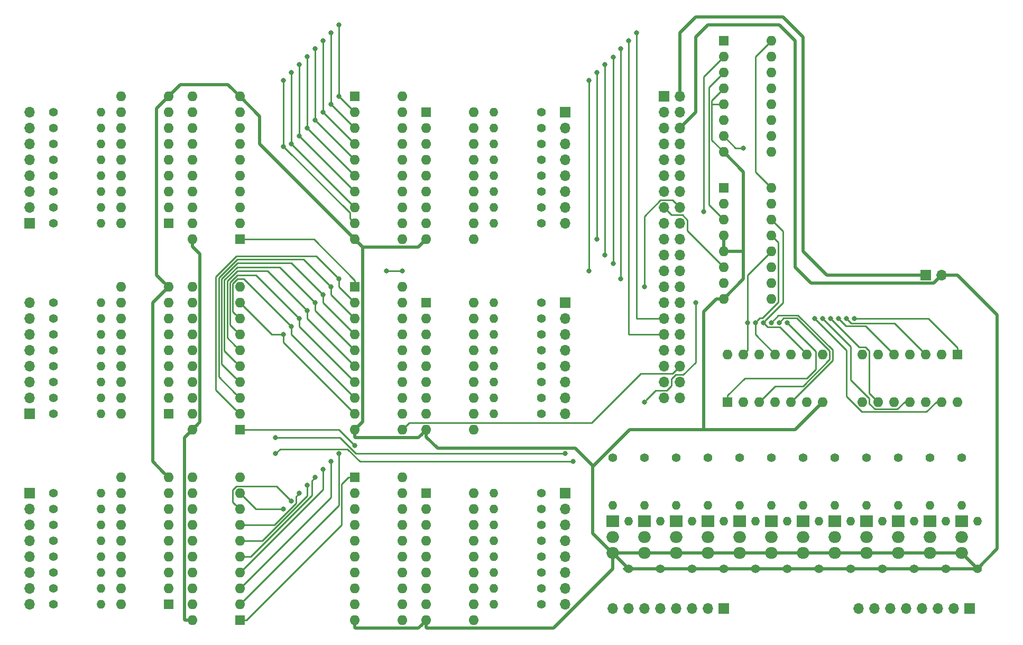
<source format=gbr>
G04 #@! TF.GenerationSoftware,KiCad,Pcbnew,(5.1.4)-1*
G04 #@! TF.CreationDate,2019-11-05T22:12:59+01:00*
G04 #@! TF.ProjectId,tablo,7461626c-6f2e-46b6-9963-61645f706362,rev?*
G04 #@! TF.SameCoordinates,Original*
G04 #@! TF.FileFunction,Copper,L2,Bot*
G04 #@! TF.FilePolarity,Positive*
%FSLAX46Y46*%
G04 Gerber Fmt 4.6, Leading zero omitted, Abs format (unit mm)*
G04 Created by KiCad (PCBNEW (5.1.4)-1) date 2019-11-05 22:12:59*
%MOMM*%
%LPD*%
G04 APERTURE LIST*
%ADD10O,1.700000X1.700000*%
%ADD11R,1.700000X1.700000*%
%ADD12R,1.600000X1.600000*%
%ADD13O,1.600000X1.600000*%
%ADD14O,2.000000X1.905000*%
%ADD15R,2.000000X1.905000*%
%ADD16O,1.400000X1.400000*%
%ADD17C,1.400000*%
%ADD18C,0.800000*%
%ADD19C,0.500000*%
%ADD20C,0.250000*%
G04 APERTURE END LIST*
D10*
X127000000Y-83820000D03*
X124460000Y-83820000D03*
X127000000Y-81280000D03*
X124460000Y-81280000D03*
X127000000Y-78740000D03*
X124460000Y-78740000D03*
X127000000Y-76200000D03*
X124460000Y-76200000D03*
X127000000Y-73660000D03*
X124460000Y-73660000D03*
X127000000Y-71120000D03*
X124460000Y-71120000D03*
X127000000Y-68580000D03*
X124460000Y-68580000D03*
X127000000Y-66040000D03*
X124460000Y-66040000D03*
X127000000Y-63500000D03*
X124460000Y-63500000D03*
X127000000Y-60960000D03*
X124460000Y-60960000D03*
X127000000Y-58420000D03*
X124460000Y-58420000D03*
X127000000Y-55880000D03*
X124460000Y-55880000D03*
X127000000Y-53340000D03*
X124460000Y-53340000D03*
X127000000Y-50800000D03*
X124460000Y-50800000D03*
X127000000Y-48260000D03*
X124460000Y-48260000D03*
X127000000Y-45720000D03*
X124460000Y-45720000D03*
X127000000Y-43180000D03*
X124460000Y-43180000D03*
X127000000Y-40640000D03*
X124460000Y-40640000D03*
X127000000Y-38100000D03*
X124460000Y-38100000D03*
X127000000Y-35560000D03*
D11*
X124460000Y-35560000D03*
D10*
X168910000Y-64135000D03*
D11*
X166370000Y-64135000D03*
D12*
X171450000Y-76835000D03*
D13*
X156210000Y-84455000D03*
X168910000Y-76835000D03*
X158750000Y-84455000D03*
X166370000Y-76835000D03*
X161290000Y-84455000D03*
X163830000Y-76835000D03*
X163830000Y-84455000D03*
X161290000Y-76835000D03*
X166370000Y-84455000D03*
X158750000Y-76835000D03*
X168910000Y-84455000D03*
X156210000Y-76835000D03*
X171450000Y-84455000D03*
X134620000Y-76835000D03*
X149860000Y-84455000D03*
X137160000Y-76835000D03*
X147320000Y-84455000D03*
X139700000Y-76835000D03*
X144780000Y-84455000D03*
X142240000Y-76835000D03*
X142240000Y-84455000D03*
X144780000Y-76835000D03*
X139700000Y-84455000D03*
X147320000Y-76835000D03*
X137160000Y-84455000D03*
X149860000Y-76835000D03*
D12*
X134620000Y-84455000D03*
D10*
X22860000Y-116840000D03*
X22860000Y-114300000D03*
X22860000Y-111760000D03*
X22860000Y-109220000D03*
X22860000Y-106680000D03*
X22860000Y-104140000D03*
X22860000Y-101600000D03*
D11*
X22860000Y-99060000D03*
X22860000Y-86360000D03*
D10*
X22860000Y-83820000D03*
X22860000Y-81280000D03*
X22860000Y-78740000D03*
X22860000Y-76200000D03*
X22860000Y-73660000D03*
X22860000Y-71120000D03*
X22860000Y-68580000D03*
X22860000Y-38100000D03*
X22860000Y-40640000D03*
X22860000Y-43180000D03*
X22860000Y-45720000D03*
X22860000Y-48260000D03*
X22860000Y-50800000D03*
X22860000Y-53340000D03*
D11*
X22860000Y-55880000D03*
X108585000Y-38100000D03*
D10*
X108585000Y-40640000D03*
X108585000Y-43180000D03*
X108585000Y-45720000D03*
X108585000Y-48260000D03*
X108585000Y-50800000D03*
X108585000Y-53340000D03*
X108585000Y-55880000D03*
X108585000Y-86360000D03*
X108585000Y-83820000D03*
X108585000Y-81280000D03*
X108585000Y-78740000D03*
X108585000Y-76200000D03*
X108585000Y-73660000D03*
X108585000Y-71120000D03*
D11*
X108585000Y-68580000D03*
X108585000Y-99060000D03*
D10*
X108585000Y-101600000D03*
X108585000Y-104140000D03*
X108585000Y-106680000D03*
X108585000Y-109220000D03*
X108585000Y-111760000D03*
X108585000Y-114300000D03*
X108585000Y-116840000D03*
X155575000Y-117475000D03*
X158115000Y-117475000D03*
X160655000Y-117475000D03*
X163195000Y-117475000D03*
X165735000Y-117475000D03*
X168275000Y-117475000D03*
X170815000Y-117475000D03*
D11*
X173355000Y-117475000D03*
X133985000Y-117475000D03*
D10*
X131445000Y-117475000D03*
X128905000Y-117475000D03*
X126365000Y-117475000D03*
X123825000Y-117475000D03*
X121285000Y-117475000D03*
X118745000Y-117475000D03*
X116205000Y-117475000D03*
D13*
X141605000Y-26670000D03*
X133985000Y-44450000D03*
X141605000Y-29210000D03*
X133985000Y-41910000D03*
X141605000Y-31750000D03*
X133985000Y-39370000D03*
X141605000Y-34290000D03*
X133985000Y-36830000D03*
X141605000Y-36830000D03*
X133985000Y-34290000D03*
X141605000Y-39370000D03*
X133985000Y-31750000D03*
X141605000Y-41910000D03*
X133985000Y-29210000D03*
X141605000Y-44450000D03*
D12*
X133985000Y-26670000D03*
X133985000Y-50165000D03*
D13*
X141605000Y-67945000D03*
X133985000Y-52705000D03*
X141605000Y-65405000D03*
X133985000Y-55245000D03*
X141605000Y-62865000D03*
X133985000Y-57785000D03*
X141605000Y-60325000D03*
X133985000Y-60325000D03*
X141605000Y-57785000D03*
X133985000Y-62865000D03*
X141605000Y-55245000D03*
X133985000Y-65405000D03*
X141605000Y-52705000D03*
X133985000Y-67945000D03*
X141605000Y-50165000D03*
X37465000Y-116840000D03*
X45085000Y-96520000D03*
X37465000Y-114300000D03*
X45085000Y-99060000D03*
X37465000Y-111760000D03*
X45085000Y-101600000D03*
X37465000Y-109220000D03*
X45085000Y-104140000D03*
X37465000Y-106680000D03*
X45085000Y-106680000D03*
X37465000Y-104140000D03*
X45085000Y-109220000D03*
X37465000Y-101600000D03*
X45085000Y-111760000D03*
X37465000Y-99060000D03*
X45085000Y-114300000D03*
X37465000Y-96520000D03*
D12*
X45085000Y-116840000D03*
X86360000Y-99060000D03*
D13*
X93980000Y-119380000D03*
X86360000Y-101600000D03*
X93980000Y-116840000D03*
X86360000Y-104140000D03*
X93980000Y-114300000D03*
X86360000Y-106680000D03*
X93980000Y-111760000D03*
X86360000Y-109220000D03*
X93980000Y-109220000D03*
X86360000Y-111760000D03*
X93980000Y-106680000D03*
X86360000Y-114300000D03*
X93980000Y-104140000D03*
X86360000Y-116840000D03*
X93980000Y-101600000D03*
X86360000Y-119380000D03*
X93980000Y-99060000D03*
X93980000Y-68580000D03*
X86360000Y-88900000D03*
X93980000Y-71120000D03*
X86360000Y-86360000D03*
X93980000Y-73660000D03*
X86360000Y-83820000D03*
X93980000Y-76200000D03*
X86360000Y-81280000D03*
X93980000Y-78740000D03*
X86360000Y-78740000D03*
X93980000Y-81280000D03*
X86360000Y-76200000D03*
X93980000Y-83820000D03*
X86360000Y-73660000D03*
X93980000Y-86360000D03*
X86360000Y-71120000D03*
X93980000Y-88900000D03*
D12*
X86360000Y-68580000D03*
X45085000Y-86360000D03*
D13*
X37465000Y-66040000D03*
X45085000Y-83820000D03*
X37465000Y-68580000D03*
X45085000Y-81280000D03*
X37465000Y-71120000D03*
X45085000Y-78740000D03*
X37465000Y-73660000D03*
X45085000Y-76200000D03*
X37465000Y-76200000D03*
X45085000Y-73660000D03*
X37465000Y-78740000D03*
X45085000Y-71120000D03*
X37465000Y-81280000D03*
X45085000Y-68580000D03*
X37465000Y-83820000D03*
X45085000Y-66040000D03*
X37465000Y-86360000D03*
X93980000Y-38100000D03*
X86360000Y-58420000D03*
X93980000Y-40640000D03*
X86360000Y-55880000D03*
X93980000Y-43180000D03*
X86360000Y-53340000D03*
X93980000Y-45720000D03*
X86360000Y-50800000D03*
X93980000Y-48260000D03*
X86360000Y-48260000D03*
X93980000Y-50800000D03*
X86360000Y-45720000D03*
X93980000Y-53340000D03*
X86360000Y-43180000D03*
X93980000Y-55880000D03*
X86360000Y-40640000D03*
X93980000Y-58420000D03*
D12*
X86360000Y-38100000D03*
X45085000Y-55880000D03*
D13*
X37465000Y-35560000D03*
X45085000Y-53340000D03*
X37465000Y-38100000D03*
X45085000Y-50800000D03*
X37465000Y-40640000D03*
X45085000Y-48260000D03*
X37465000Y-43180000D03*
X45085000Y-45720000D03*
X37465000Y-45720000D03*
X45085000Y-43180000D03*
X37465000Y-48260000D03*
X45085000Y-40640000D03*
X37465000Y-50800000D03*
X45085000Y-38100000D03*
X37465000Y-53340000D03*
X45085000Y-35560000D03*
X37465000Y-55880000D03*
X82550000Y-96520000D03*
X74930000Y-119380000D03*
X82550000Y-99060000D03*
X74930000Y-116840000D03*
X82550000Y-101600000D03*
X74930000Y-114300000D03*
X82550000Y-104140000D03*
X74930000Y-111760000D03*
X82550000Y-106680000D03*
X74930000Y-109220000D03*
X82550000Y-109220000D03*
X74930000Y-106680000D03*
X82550000Y-111760000D03*
X74930000Y-104140000D03*
X82550000Y-114300000D03*
X74930000Y-101600000D03*
X82550000Y-116840000D03*
X74930000Y-99060000D03*
X82550000Y-119380000D03*
D12*
X74930000Y-96520000D03*
X74930000Y-66040000D03*
D13*
X82550000Y-88900000D03*
X74930000Y-68580000D03*
X82550000Y-86360000D03*
X74930000Y-71120000D03*
X82550000Y-83820000D03*
X74930000Y-73660000D03*
X82550000Y-81280000D03*
X74930000Y-76200000D03*
X82550000Y-78740000D03*
X74930000Y-78740000D03*
X82550000Y-76200000D03*
X74930000Y-81280000D03*
X82550000Y-73660000D03*
X74930000Y-83820000D03*
X82550000Y-71120000D03*
X74930000Y-86360000D03*
X82550000Y-68580000D03*
X74930000Y-88900000D03*
X82550000Y-66040000D03*
X82550000Y-35560000D03*
X74930000Y-58420000D03*
X82550000Y-38100000D03*
X74930000Y-55880000D03*
X82550000Y-40640000D03*
X74930000Y-53340000D03*
X82550000Y-43180000D03*
X74930000Y-50800000D03*
X82550000Y-45720000D03*
X74930000Y-48260000D03*
X82550000Y-48260000D03*
X74930000Y-45720000D03*
X82550000Y-50800000D03*
X74930000Y-43180000D03*
X82550000Y-53340000D03*
X74930000Y-40640000D03*
X82550000Y-55880000D03*
X74930000Y-38100000D03*
X82550000Y-58420000D03*
D12*
X74930000Y-35560000D03*
X56515000Y-58420000D03*
D13*
X48895000Y-35560000D03*
X56515000Y-55880000D03*
X48895000Y-38100000D03*
X56515000Y-53340000D03*
X48895000Y-40640000D03*
X56515000Y-50800000D03*
X48895000Y-43180000D03*
X56515000Y-48260000D03*
X48895000Y-45720000D03*
X56515000Y-45720000D03*
X48895000Y-48260000D03*
X56515000Y-43180000D03*
X48895000Y-50800000D03*
X56515000Y-40640000D03*
X48895000Y-53340000D03*
X56515000Y-38100000D03*
X48895000Y-55880000D03*
X56515000Y-35560000D03*
X48895000Y-58420000D03*
X48895000Y-88900000D03*
X56515000Y-66040000D03*
X48895000Y-86360000D03*
X56515000Y-68580000D03*
X48895000Y-83820000D03*
X56515000Y-71120000D03*
X48895000Y-81280000D03*
X56515000Y-73660000D03*
X48895000Y-78740000D03*
X56515000Y-76200000D03*
X48895000Y-76200000D03*
X56515000Y-78740000D03*
X48895000Y-73660000D03*
X56515000Y-81280000D03*
X48895000Y-71120000D03*
X56515000Y-83820000D03*
X48895000Y-68580000D03*
X56515000Y-86360000D03*
X48895000Y-66040000D03*
D12*
X56515000Y-88900000D03*
X56515000Y-119380000D03*
D13*
X48895000Y-96520000D03*
X56515000Y-116840000D03*
X48895000Y-99060000D03*
X56515000Y-114300000D03*
X48895000Y-101600000D03*
X56515000Y-111760000D03*
X48895000Y-104140000D03*
X56515000Y-109220000D03*
X48895000Y-106680000D03*
X56515000Y-106680000D03*
X48895000Y-109220000D03*
X56515000Y-104140000D03*
X48895000Y-111760000D03*
X56515000Y-101600000D03*
X48895000Y-114300000D03*
X56515000Y-99060000D03*
X48895000Y-116840000D03*
X56515000Y-96520000D03*
X48895000Y-119380000D03*
D14*
X151765000Y-108585000D03*
X151765000Y-106045000D03*
D15*
X151765000Y-103505000D03*
X116205000Y-103505000D03*
D14*
X116205000Y-106045000D03*
X116205000Y-108585000D03*
X121285000Y-108585000D03*
X121285000Y-106045000D03*
D15*
X121285000Y-103505000D03*
X126365000Y-103505000D03*
D14*
X126365000Y-106045000D03*
X126365000Y-108585000D03*
X136525000Y-108585000D03*
X136525000Y-106045000D03*
D15*
X136525000Y-103505000D03*
X141605000Y-103505000D03*
D14*
X141605000Y-106045000D03*
X141605000Y-108585000D03*
X131445000Y-108585000D03*
X131445000Y-106045000D03*
D15*
X131445000Y-103505000D03*
X156845000Y-103505000D03*
D14*
X156845000Y-106045000D03*
X156845000Y-108585000D03*
X161925000Y-108585000D03*
X161925000Y-106045000D03*
D15*
X161925000Y-103505000D03*
X167005000Y-103505000D03*
D14*
X167005000Y-106045000D03*
X167005000Y-108585000D03*
X146685000Y-108585000D03*
X146685000Y-106045000D03*
D15*
X146685000Y-103505000D03*
X172085000Y-103505000D03*
D14*
X172085000Y-106045000D03*
X172085000Y-108585000D03*
D16*
X34290000Y-40640000D03*
D17*
X26670000Y-40640000D03*
X26670000Y-68580000D03*
D16*
X34290000Y-68580000D03*
X34290000Y-55880000D03*
D17*
X26670000Y-55880000D03*
X26670000Y-53340000D03*
D16*
X34290000Y-53340000D03*
X34290000Y-50800000D03*
D17*
X26670000Y-50800000D03*
X26670000Y-48260000D03*
D16*
X34290000Y-48260000D03*
X34290000Y-45720000D03*
D17*
X26670000Y-45720000D03*
X26670000Y-43180000D03*
D16*
X34290000Y-43180000D03*
X172085000Y-100965000D03*
D17*
X172085000Y-93345000D03*
X26670000Y-38100000D03*
D16*
X34290000Y-38100000D03*
X34290000Y-76200000D03*
D17*
X26670000Y-76200000D03*
X26670000Y-73660000D03*
D16*
X34290000Y-73660000D03*
X34290000Y-78740000D03*
D17*
X26670000Y-78740000D03*
X26670000Y-81280000D03*
D16*
X34290000Y-81280000D03*
X34290000Y-83820000D03*
D17*
X26670000Y-83820000D03*
X26670000Y-86360000D03*
D16*
X34290000Y-86360000D03*
X34290000Y-71120000D03*
D17*
X26670000Y-71120000D03*
X104775000Y-101600000D03*
D16*
X97155000Y-101600000D03*
X156845000Y-100965000D03*
D17*
X156845000Y-93345000D03*
X26670000Y-106680000D03*
D16*
X34290000Y-106680000D03*
X34290000Y-109220000D03*
D17*
X26670000Y-109220000D03*
X26670000Y-111760000D03*
D16*
X34290000Y-111760000D03*
X34290000Y-114300000D03*
D17*
X26670000Y-114300000D03*
X26670000Y-116840000D03*
D16*
X34290000Y-116840000D03*
X97155000Y-38100000D03*
D17*
X104775000Y-38100000D03*
X26670000Y-99060000D03*
D16*
X34290000Y-99060000D03*
X34290000Y-101600000D03*
D17*
X26670000Y-101600000D03*
X151765000Y-93345000D03*
D16*
X151765000Y-100965000D03*
X146685000Y-100965000D03*
D17*
X146685000Y-93345000D03*
X141605000Y-93345000D03*
D16*
X141605000Y-100965000D03*
X136525000Y-100965000D03*
D17*
X136525000Y-93345000D03*
X131445000Y-93345000D03*
D16*
X131445000Y-100965000D03*
X126365000Y-100965000D03*
D17*
X126365000Y-93345000D03*
X121285000Y-93345000D03*
D16*
X121285000Y-100965000D03*
X116205000Y-100965000D03*
D17*
X116205000Y-93345000D03*
X161925000Y-93345000D03*
D16*
X161925000Y-100965000D03*
X97155000Y-53340000D03*
D17*
X104775000Y-53340000D03*
X164465000Y-111125000D03*
D16*
X164465000Y-103505000D03*
X159385000Y-103505000D03*
D17*
X159385000Y-111125000D03*
X154305000Y-111125000D03*
D16*
X154305000Y-103505000D03*
X149225000Y-103505000D03*
D17*
X149225000Y-111125000D03*
X144145000Y-111125000D03*
D16*
X144145000Y-103505000D03*
X139065000Y-103505000D03*
D17*
X139065000Y-111125000D03*
X133985000Y-111125000D03*
D16*
X133985000Y-103505000D03*
X34290000Y-104140000D03*
D17*
X26670000Y-104140000D03*
X123825000Y-111125000D03*
D16*
X123825000Y-103505000D03*
X118745000Y-103505000D03*
D17*
X118745000Y-111125000D03*
X174625000Y-111125000D03*
D16*
X174625000Y-103505000D03*
X97155000Y-43180000D03*
D17*
X104775000Y-43180000D03*
X104775000Y-45720000D03*
D16*
X97155000Y-45720000D03*
X97155000Y-48260000D03*
D17*
X104775000Y-48260000D03*
X104775000Y-50800000D03*
D16*
X97155000Y-50800000D03*
X97155000Y-55880000D03*
D17*
X104775000Y-55880000D03*
X128905000Y-111125000D03*
D16*
X128905000Y-103505000D03*
X97155000Y-68580000D03*
D17*
X104775000Y-68580000D03*
X104775000Y-71120000D03*
D16*
X97155000Y-71120000D03*
X97155000Y-73660000D03*
D17*
X104775000Y-73660000D03*
X104775000Y-76200000D03*
D16*
X97155000Y-76200000D03*
X97155000Y-78740000D03*
D17*
X104775000Y-78740000D03*
X167005000Y-93345000D03*
D16*
X167005000Y-100965000D03*
X97155000Y-83820000D03*
D17*
X104775000Y-83820000D03*
X104775000Y-86360000D03*
D16*
X97155000Y-86360000D03*
X97155000Y-40640000D03*
D17*
X104775000Y-40640000D03*
X169545000Y-111125000D03*
D16*
X169545000Y-103505000D03*
X97155000Y-104140000D03*
D17*
X104775000Y-104140000D03*
X104775000Y-106680000D03*
D16*
X97155000Y-106680000D03*
X97155000Y-109220000D03*
D17*
X104775000Y-109220000D03*
X104775000Y-111760000D03*
D16*
X97155000Y-111760000D03*
X97155000Y-114300000D03*
D17*
X104775000Y-114300000D03*
X104775000Y-116840000D03*
D16*
X97155000Y-116840000D03*
X97155000Y-81280000D03*
D17*
X104775000Y-81280000D03*
X104775000Y-99060000D03*
D16*
X97155000Y-99060000D03*
D18*
X74930000Y-91440000D03*
X121285000Y-66040000D03*
X82550000Y-63500000D03*
X80010000Y-63500000D03*
X62230000Y-92710000D03*
X109855000Y-93980000D03*
X72390000Y-24130000D03*
X72390000Y-35560000D03*
X72390000Y-64770000D03*
X72390000Y-92710000D03*
X71120000Y-25400000D03*
X120015000Y-25400000D03*
X71120000Y-36830000D03*
X71120000Y-66040000D03*
X71120000Y-93980000D03*
X69850000Y-26670000D03*
X118745000Y-26670000D03*
X69850000Y-38100000D03*
X69850000Y-67310000D03*
X69850000Y-95250000D03*
X68580000Y-27940000D03*
X117475000Y-27940000D03*
X117475000Y-64770000D03*
X68580000Y-39370000D03*
X68580000Y-68580000D03*
X68580000Y-96520000D03*
X67310000Y-29210000D03*
X116299999Y-62324999D03*
X116299999Y-29304999D03*
X67310000Y-40640000D03*
X67310000Y-69850000D03*
X67310000Y-97790000D03*
X66040000Y-30480000D03*
X114935000Y-60960000D03*
X114935000Y-30480000D03*
X66040000Y-41910000D03*
X66040000Y-71120000D03*
X66040000Y-99060000D03*
X64770000Y-31750000D03*
X64770000Y-43180000D03*
X64770000Y-72390000D03*
X64770000Y-100330000D03*
X113665000Y-31750000D03*
X113665000Y-58420000D03*
X63500000Y-33020000D03*
X63500000Y-43575002D03*
X63500000Y-73660000D03*
X63500000Y-101600000D03*
X112395000Y-33020000D03*
X112395000Y-63500000D03*
X62230000Y-90170000D03*
X108585000Y-92710000D03*
X129540000Y-68580000D03*
X121285000Y-84455000D03*
X130810000Y-53975000D03*
X137795000Y-71755000D03*
X139065000Y-71755000D03*
X140335000Y-71755000D03*
X141605000Y-71755000D03*
X154940000Y-71120000D03*
X142875000Y-71755000D03*
X137160000Y-43815000D03*
X153670000Y-71120000D03*
X152400000Y-71120000D03*
X151130000Y-71120000D03*
X149860000Y-71120000D03*
X148590000Y-71120000D03*
X144145000Y-71755000D03*
D19*
X116205000Y-108585000D02*
X172085000Y-108585000D01*
X172085000Y-108585000D02*
X174625000Y-111125000D01*
X174625000Y-111125000D02*
X118110000Y-111125000D01*
X116205000Y-108585000D02*
X118745000Y-111125000D01*
X56515000Y-35560000D02*
X54610000Y-33655000D01*
X45884999Y-34760001D02*
X45085000Y-35560000D01*
X46990000Y-33655000D02*
X45884999Y-34760001D01*
X54610000Y-33655000D02*
X46990000Y-33655000D01*
X44285001Y-65240001D02*
X45085000Y-66040000D01*
X43180000Y-64135000D02*
X44285001Y-65240001D01*
X43180000Y-37465000D02*
X43180000Y-64135000D01*
X45085000Y-35560000D02*
X43180000Y-37465000D01*
X44285001Y-95720001D02*
X45085000Y-96520000D01*
X42545000Y-93980000D02*
X44285001Y-95720001D01*
X42545000Y-68580000D02*
X42545000Y-93980000D01*
X45085000Y-66040000D02*
X42545000Y-68580000D01*
X74930000Y-58420000D02*
X59690000Y-43180000D01*
X59690000Y-38735000D02*
X56515000Y-35560000D01*
X59690000Y-43180000D02*
X59690000Y-38735000D01*
X85109999Y-59670001D02*
X86360000Y-58420000D01*
X74930000Y-58420000D02*
X76180001Y-59670001D01*
X76180001Y-59670001D02*
X85109999Y-59670001D01*
X76180001Y-87649999D02*
X74930000Y-88900000D01*
X76180001Y-59670001D02*
X76180001Y-87649999D01*
X85560001Y-120179999D02*
X86360000Y-119380000D01*
X85109999Y-120630001D02*
X85560001Y-120179999D01*
X75048631Y-120630001D02*
X85109999Y-120630001D01*
X74930000Y-120511370D02*
X75048631Y-120630001D01*
X74930000Y-119380000D02*
X74930000Y-120511370D01*
X116205000Y-110037500D02*
X116205000Y-108585000D01*
X116205000Y-111144002D02*
X116205000Y-110037500D01*
X106719001Y-120630001D02*
X116205000Y-111144002D01*
X86478631Y-120630001D02*
X106719001Y-120630001D01*
X86360000Y-120511370D02*
X86478631Y-120630001D01*
X86360000Y-119380000D02*
X86360000Y-120511370D01*
X116157500Y-108585000D02*
X113030000Y-105457500D01*
X116205000Y-108585000D02*
X116157500Y-108585000D01*
X113030000Y-94817998D02*
X118947998Y-88900000D01*
X113030000Y-105457500D02*
X113030000Y-94817998D01*
X145415000Y-88900000D02*
X149860000Y-84455000D01*
X130810000Y-69988630D02*
X130810000Y-88900000D01*
X132853630Y-67945000D02*
X130810000Y-69988630D01*
X133985000Y-67945000D02*
X132853630Y-67945000D01*
X118947998Y-88900000D02*
X130810000Y-88900000D01*
X130810000Y-88900000D02*
X145415000Y-88900000D01*
X137160000Y-47625000D02*
X133985000Y-44450000D01*
X133985000Y-67945000D02*
X137160000Y-64770000D01*
X133985000Y-57785000D02*
X133985000Y-60325000D01*
X133985000Y-60325000D02*
X137160000Y-60325000D01*
X137160000Y-64770000D02*
X137160000Y-60325000D01*
X137160000Y-60325000D02*
X137160000Y-47625000D01*
D20*
X132080000Y-36195000D02*
X133985000Y-34290000D01*
X133985000Y-44450000D02*
X132080000Y-42545000D01*
X133985000Y-36830000D02*
X132080000Y-36830000D01*
X132080000Y-42545000D02*
X132080000Y-36830000D01*
X132080000Y-36830000D02*
X132080000Y-36195000D01*
D19*
X85560001Y-89699999D02*
X86360000Y-88900000D01*
X85109999Y-90150001D02*
X85560001Y-89699999D01*
X75048631Y-90150001D02*
X85109999Y-90150001D01*
X74930000Y-90031370D02*
X75048631Y-90150001D01*
X74930000Y-88900000D02*
X74930000Y-90031370D01*
X113030000Y-94626998D02*
X113030000Y-94817998D01*
X110263001Y-91859999D02*
X113030000Y-94626998D01*
X88188629Y-91859999D02*
X110263001Y-91859999D01*
X86360000Y-90031370D02*
X88188629Y-91859999D01*
X86360000Y-88900000D02*
X86360000Y-90031370D01*
X177800000Y-107950000D02*
X177800000Y-70485000D01*
X174625000Y-111125000D02*
X177800000Y-107950000D01*
X177800000Y-70485000D02*
X171450000Y-64135000D01*
X171450000Y-64135000D02*
X171450000Y-64135000D01*
X171450000Y-64135000D02*
X168910000Y-64135000D01*
X168060001Y-64984999D02*
X168910000Y-64135000D01*
X167609999Y-65435001D02*
X168060001Y-64984999D01*
X145415000Y-62865000D02*
X147985001Y-65435001D01*
X127000000Y-40640000D02*
X129540000Y-38100000D01*
X147985001Y-65435001D02*
X167609999Y-65435001D01*
X129540000Y-38100000D02*
X129540000Y-26035000D01*
X129540000Y-26035000D02*
X131445000Y-24130000D01*
X131445000Y-24130000D02*
X142875000Y-24130000D01*
X142875000Y-24130000D02*
X145415000Y-26670000D01*
X145415000Y-26670000D02*
X145415000Y-62865000D01*
D20*
X57565000Y-58420000D02*
X56515000Y-58420000D01*
X68360000Y-58420000D02*
X57565000Y-58420000D01*
X74930000Y-64990000D02*
X68360000Y-58420000D01*
X74930000Y-66040000D02*
X74930000Y-64990000D01*
X72390000Y-88900000D02*
X74930000Y-91440000D01*
X56515000Y-88900000D02*
X72390000Y-88900000D01*
X57565000Y-119380000D02*
X56515000Y-119380000D01*
X72840010Y-104104990D02*
X57565000Y-119380000D01*
X72840010Y-97559990D02*
X72840010Y-104104990D01*
X73880000Y-96520000D02*
X72840010Y-97559990D01*
X74930000Y-96520000D02*
X73880000Y-96520000D01*
X123895999Y-52164999D02*
X121285000Y-54775998D01*
X127000000Y-53340000D02*
X125824999Y-52164999D01*
X125824999Y-52164999D02*
X123895999Y-52164999D01*
X121285000Y-54775998D02*
X121285000Y-66040000D01*
X121285000Y-66040000D02*
X121285000Y-66040000D01*
X82550000Y-63500000D02*
X80010000Y-63500000D01*
X80010000Y-63500000D02*
X80010000Y-63500000D01*
X62230000Y-92710000D02*
X62955001Y-91984999D01*
X109289315Y-93980000D02*
X109855000Y-93980000D01*
X75760588Y-93980000D02*
X109289315Y-93980000D01*
X73765587Y-91984999D02*
X75760588Y-93980000D01*
X62955001Y-91984999D02*
X73765587Y-91984999D01*
X72390000Y-35560000D02*
X72390000Y-35560000D01*
X72390000Y-35560000D02*
X74930000Y-38100000D01*
X72390000Y-24130000D02*
X72390000Y-35560000D01*
X72390000Y-35560000D02*
X72390000Y-35560000D01*
X55715001Y-85560001D02*
X56515000Y-86360000D01*
X52689939Y-82534939D02*
X55715001Y-85560001D01*
X52689939Y-64381599D02*
X52689939Y-82534939D01*
X55926548Y-61144990D02*
X52689939Y-64381599D01*
X68764991Y-61144991D02*
X55926548Y-61144990D01*
X72390000Y-64770000D02*
X68764991Y-61144991D01*
X72390000Y-66040000D02*
X74930000Y-68580000D01*
X72390000Y-64770000D02*
X72390000Y-66040000D01*
X72390000Y-100965000D02*
X56515000Y-116840000D01*
X72390000Y-92710000D02*
X72390000Y-100965000D01*
X120015000Y-25400000D02*
X120015000Y-71120000D01*
X120015000Y-71120000D02*
X124460000Y-71120000D01*
X71120000Y-36830000D02*
X71120000Y-36830000D01*
X71120000Y-25400000D02*
X71120000Y-36830000D01*
X71120000Y-36830000D02*
X74930000Y-40640000D01*
X71120000Y-66040000D02*
X66675000Y-61595000D01*
X55715001Y-83020001D02*
X56515000Y-83820000D01*
X53139949Y-80444949D02*
X55715001Y-83020001D01*
X53139949Y-64567999D02*
X53139949Y-80444949D01*
X56112948Y-61595000D02*
X53139949Y-64567999D01*
X66675000Y-61595000D02*
X56112948Y-61595000D01*
X71120000Y-67310000D02*
X74930000Y-71120000D01*
X71120000Y-66040000D02*
X71120000Y-67310000D01*
X71120000Y-99695000D02*
X56515000Y-114300000D01*
X71120000Y-93980000D02*
X71120000Y-99695000D01*
X118745000Y-73660000D02*
X118745000Y-26670000D01*
X124460000Y-73660000D02*
X118745000Y-73660000D01*
X69850000Y-38100000D02*
X69850000Y-38100000D01*
X74930000Y-43180000D02*
X69850000Y-38100000D01*
X69850000Y-38100000D02*
X69850000Y-26670000D01*
X69850000Y-67310000D02*
X64770000Y-62230000D01*
X55715001Y-80480001D02*
X56515000Y-81280000D01*
X53589959Y-78354959D02*
X55715001Y-80480001D01*
X53589959Y-64754399D02*
X53589959Y-78354959D01*
X56114358Y-62230000D02*
X53589959Y-64754399D01*
X64770000Y-62230000D02*
X56114358Y-62230000D01*
X69850000Y-68580000D02*
X74930000Y-73660000D01*
X69850000Y-67310000D02*
X69850000Y-68580000D01*
X69850000Y-98425000D02*
X56515000Y-111760000D01*
X69850000Y-95250000D02*
X69850000Y-98425000D01*
X117475000Y-27940000D02*
X117475000Y-64770000D01*
X68580000Y-39370000D02*
X68580000Y-39370000D01*
X74930000Y-45720000D02*
X68580000Y-39370000D01*
X68580000Y-39370000D02*
X68580000Y-27940000D01*
X68580000Y-68580000D02*
X62865000Y-62865000D01*
X55715001Y-77940001D02*
X56515000Y-78740000D01*
X54039969Y-76264969D02*
X55715001Y-77940001D01*
X54039969Y-64940799D02*
X54039969Y-76264969D01*
X56115768Y-62865000D02*
X54039969Y-64940799D01*
X62865000Y-62865000D02*
X56115768Y-62865000D01*
X68580000Y-69850000D02*
X74930000Y-76200000D01*
X68580000Y-68580000D02*
X68580000Y-69850000D01*
X57646370Y-109220000D02*
X56515000Y-109220000D01*
X58225822Y-109220000D02*
X57646370Y-109220000D01*
X68035001Y-99410821D02*
X58225822Y-109220000D01*
X68035001Y-97064999D02*
X68035001Y-99410821D01*
X68580000Y-96520000D02*
X68035001Y-97064999D01*
X116299999Y-62324999D02*
X116299999Y-29304999D01*
X116299999Y-29304999D02*
X116299999Y-29304999D01*
X67310000Y-40640000D02*
X67310000Y-40640000D01*
X74930000Y-48260000D02*
X67310000Y-40640000D01*
X67310000Y-40640000D02*
X67310000Y-29210000D01*
X67310000Y-69850000D02*
X60960000Y-63500000D01*
X55715001Y-75400001D02*
X56515000Y-76200000D01*
X54489979Y-74174979D02*
X55715001Y-75400001D01*
X54489979Y-65127199D02*
X54489979Y-74174979D01*
X56117178Y-63500000D02*
X54489979Y-65127199D01*
X60960000Y-63500000D02*
X56117178Y-63500000D01*
X67310000Y-71120000D02*
X74930000Y-78740000D01*
X67310000Y-69850000D02*
X67310000Y-71120000D01*
X57646370Y-106680000D02*
X56515000Y-106680000D01*
X60129412Y-106680000D02*
X57646370Y-106680000D01*
X67310000Y-99499412D02*
X60129412Y-106680000D01*
X67310000Y-97790000D02*
X67310000Y-99499412D01*
X114935000Y-60960000D02*
X114935000Y-30480000D01*
X114935000Y-30480000D02*
X114935000Y-30480000D01*
X66040000Y-41910000D02*
X66040000Y-41910000D01*
X74930000Y-50800000D02*
X66040000Y-41910000D01*
X66040000Y-41910000D02*
X66040000Y-30480000D01*
X66040000Y-71120000D02*
X59055000Y-64135000D01*
X55715001Y-72860001D02*
X56515000Y-73660000D01*
X54939989Y-72084989D02*
X55715001Y-72860001D01*
X54939989Y-65313599D02*
X54939989Y-72084989D01*
X56118588Y-64135000D02*
X54939989Y-65313599D01*
X59055000Y-64135000D02*
X56118588Y-64135000D01*
X66040000Y-72390000D02*
X74930000Y-81280000D01*
X66040000Y-71120000D02*
X66040000Y-72390000D01*
X57646370Y-104140000D02*
X56515000Y-104140000D01*
X62033002Y-104140000D02*
X57646370Y-104140000D01*
X65495001Y-100678001D02*
X62033002Y-104140000D01*
X65495001Y-99604999D02*
X65495001Y-100678001D01*
X66040000Y-99060000D02*
X65495001Y-99604999D01*
X64770000Y-43180000D02*
X64770000Y-43180000D01*
X74930000Y-53340000D02*
X64770000Y-43180000D01*
X64770000Y-43180000D02*
X64770000Y-31750000D01*
X64770000Y-72390000D02*
X57150000Y-64770000D01*
X55715001Y-70320001D02*
X56515000Y-71120000D01*
X55389999Y-69994999D02*
X55715001Y-70320001D01*
X55389999Y-65499999D02*
X55389999Y-69994999D01*
X56119998Y-64770000D02*
X55389999Y-65499999D01*
X57150000Y-64770000D02*
X56119998Y-64770000D01*
X64770000Y-73660000D02*
X74930000Y-83820000D01*
X64770000Y-72390000D02*
X64770000Y-73660000D01*
X55715001Y-100800001D02*
X56515000Y-101600000D01*
X55389999Y-100474999D02*
X55715001Y-100800001D01*
X55389999Y-98519999D02*
X55389999Y-100474999D01*
X55974999Y-97934999D02*
X55389999Y-98519999D01*
X62374999Y-97934999D02*
X55974999Y-97934999D01*
X64770000Y-100330000D02*
X62374999Y-97934999D01*
X113665000Y-31750000D02*
X113665000Y-58420000D01*
X63500000Y-33585685D02*
X63500000Y-33020000D01*
X63500000Y-43575002D02*
X63500000Y-43575002D01*
X74130001Y-54205003D02*
X63500000Y-43575002D01*
X74130001Y-55080001D02*
X74130001Y-54205003D01*
X74930000Y-55880000D02*
X74130001Y-55080001D01*
X63500000Y-43575002D02*
X63500000Y-33585685D01*
X61595000Y-73660000D02*
X56515000Y-68580000D01*
X63500000Y-73660000D02*
X61595000Y-73660000D01*
X63500000Y-74930000D02*
X74930000Y-86360000D01*
X63500000Y-73660000D02*
X63500000Y-74930000D01*
X59055000Y-101600000D02*
X56515000Y-99060000D01*
X63500000Y-101600000D02*
X59055000Y-101600000D01*
X112395000Y-63500000D02*
X112395000Y-33020000D01*
D19*
X49694999Y-88100001D02*
X48895000Y-88900000D01*
X50145001Y-87649999D02*
X49694999Y-88100001D01*
X50145001Y-60801371D02*
X50145001Y-87649999D01*
X48895000Y-59551370D02*
X50145001Y-60801371D01*
X48895000Y-58420000D02*
X48895000Y-59551370D01*
D20*
X140805001Y-27469999D02*
X141605000Y-26670000D01*
X139065000Y-29210000D02*
X140805001Y-27469999D01*
X139065000Y-47625000D02*
X139065000Y-29210000D01*
X141605000Y-50165000D02*
X139065000Y-47625000D01*
D19*
X48095001Y-89699999D02*
X48895000Y-88900000D01*
X47644999Y-90150001D02*
X48095001Y-89699999D01*
X47644999Y-119261369D02*
X47644999Y-90150001D01*
X47763630Y-119380000D02*
X47644999Y-119261369D01*
X48895000Y-119380000D02*
X47763630Y-119380000D01*
X150495000Y-64135000D02*
X146685000Y-60325000D01*
X166370000Y-64135000D02*
X150495000Y-64135000D01*
X127000000Y-25400000D02*
X127000000Y-35560000D01*
X146685000Y-60325000D02*
X146685000Y-26035000D01*
X146685000Y-26035000D02*
X143510000Y-22860000D01*
X143510000Y-22860000D02*
X129540000Y-22860000D01*
X129540000Y-22860000D02*
X127000000Y-25400000D01*
D20*
X72586998Y-90170000D02*
X75126998Y-92710000D01*
X62230000Y-90170000D02*
X72586998Y-90170000D01*
X75126998Y-92710000D02*
X108585000Y-92710000D01*
X108585000Y-92710000D02*
X108585000Y-92710000D01*
X126150001Y-79589999D02*
X127000000Y-78740000D01*
X125824999Y-79915001D02*
X126150001Y-79589999D01*
X120744999Y-79915001D02*
X125824999Y-79915001D01*
X112885001Y-87774999D02*
X120744999Y-79915001D01*
X83675001Y-87774999D02*
X112885001Y-87774999D01*
X82550000Y-88900000D02*
X83675001Y-87774999D01*
X123095001Y-82644999D02*
X121684999Y-84055001D01*
X125635001Y-81844001D02*
X124834003Y-82644999D01*
X125635001Y-80741409D02*
X125635001Y-81844001D01*
X121684999Y-84055001D02*
X121285000Y-84455000D01*
X126271411Y-80104999D02*
X125635001Y-80741409D01*
X124834003Y-82644999D02*
X123095001Y-82644999D01*
X127540001Y-80104999D02*
X126271411Y-80104999D01*
X129540000Y-78105000D02*
X127540001Y-80104999D01*
X129540000Y-68580000D02*
X129540000Y-78105000D01*
X133985000Y-29210000D02*
X130810000Y-32385000D01*
X130810000Y-32385000D02*
X130810000Y-53975000D01*
X130810000Y-53975000D02*
X130810000Y-53975000D01*
X133185001Y-32549999D02*
X133985000Y-31750000D01*
X131629990Y-34105010D02*
X133185001Y-32549999D01*
X131629990Y-52889990D02*
X131629990Y-34105010D01*
X133985000Y-55245000D02*
X131629990Y-52889990D01*
X137795000Y-76200000D02*
X137160000Y-76835000D01*
X137795000Y-71755000D02*
X137795000Y-76200000D01*
X137795000Y-64135000D02*
X137795000Y-71755000D01*
X141605000Y-60325000D02*
X137795000Y-64135000D01*
X139065000Y-73660000D02*
X142240000Y-76835000D01*
X139065000Y-71755000D02*
X139065000Y-73660000D01*
X139464999Y-71355001D02*
X139065000Y-71755000D01*
X139790001Y-71029999D02*
X139464999Y-71355001D01*
X140185003Y-71029999D02*
X139790001Y-71029999D01*
X142730001Y-68485001D02*
X140185003Y-71029999D01*
X142730001Y-58910001D02*
X142730001Y-68485001D01*
X141605000Y-57785000D02*
X142730001Y-58910001D01*
X125309999Y-54189999D02*
X124460000Y-53340000D01*
X125635001Y-54515001D02*
X125309999Y-54189999D01*
X127374003Y-54515001D02*
X125635001Y-54515001D01*
X128175001Y-55315999D02*
X127374003Y-54515001D01*
X128175001Y-57055001D02*
X128175001Y-55315999D01*
X133985000Y-62865000D02*
X128175001Y-57055001D01*
X146520001Y-76035001D02*
X147320000Y-76835000D01*
X142965001Y-72480001D02*
X146520001Y-76035001D01*
X141060001Y-72480001D02*
X142965001Y-72480001D01*
X140335000Y-71755000D02*
X141060001Y-72480001D01*
X140734999Y-71355001D02*
X140335000Y-71755000D01*
X143510000Y-68580000D02*
X140734999Y-71355001D01*
X143510000Y-57150000D02*
X143510000Y-68580000D01*
X141605000Y-55245000D02*
X143510000Y-57150000D01*
X145579999Y-83655001D02*
X144780000Y-84455000D01*
X145582819Y-83655001D02*
X145579999Y-83655001D01*
X151435010Y-77802810D02*
X145582819Y-83655001D01*
X151435011Y-76108599D02*
X151435010Y-77802810D01*
X145906402Y-70579990D02*
X151435011Y-76108599D01*
X142780010Y-70579990D02*
X145906402Y-70579990D01*
X141605000Y-71755000D02*
X142780010Y-70579990D01*
X155505685Y-71120000D02*
X154940000Y-71120000D01*
X166785000Y-71120000D02*
X155505685Y-71120000D01*
X171450000Y-75785000D02*
X166785000Y-71120000D01*
X171450000Y-76835000D02*
X171450000Y-75785000D01*
X150985001Y-77616409D02*
X146686410Y-81915000D01*
X150985001Y-76294999D02*
X150985001Y-77616409D01*
X145720001Y-71029999D02*
X150985001Y-76294999D01*
X142875000Y-71755000D02*
X143600001Y-71029999D01*
X143600001Y-71029999D02*
X145720001Y-71029999D01*
X142240000Y-81915000D02*
X139700000Y-84455000D01*
X146686410Y-81915000D02*
X142240000Y-81915000D01*
X135890000Y-43815000D02*
X133985000Y-41910000D01*
X137160000Y-43815000D02*
X135890000Y-43815000D01*
X154069999Y-71519999D02*
X153670000Y-71120000D01*
X154395001Y-71845001D02*
X154069999Y-71519999D01*
X161380001Y-71845001D02*
X154395001Y-71845001D01*
X166370000Y-76835000D02*
X161380001Y-71845001D01*
X152799999Y-71519999D02*
X152400000Y-71120000D01*
X153575011Y-72295011D02*
X152799999Y-71519999D01*
X156750011Y-72295011D02*
X153575011Y-72295011D01*
X161290000Y-76835000D02*
X156750011Y-72295011D01*
X151529999Y-71519999D02*
X151130000Y-71120000D01*
X155719999Y-75709999D02*
X151529999Y-71519999D01*
X156750001Y-75709999D02*
X155719999Y-75709999D01*
X157335001Y-76294999D02*
X156750001Y-75709999D01*
X157335001Y-83040001D02*
X157335001Y-76294999D01*
X158750000Y-84455000D02*
X157335001Y-83040001D01*
X157335001Y-83914999D02*
X154305000Y-80884998D01*
X157335001Y-84705003D02*
X157335001Y-83914999D01*
X158209999Y-85580001D02*
X157335001Y-84705003D01*
X161830001Y-85580001D02*
X158209999Y-85580001D01*
X163830000Y-84455000D02*
X162955002Y-84455000D01*
X162955002Y-84455000D02*
X161830001Y-85580001D01*
X154305000Y-75565000D02*
X149860000Y-71120000D01*
X154305000Y-80884998D02*
X154305000Y-75565000D01*
X156120009Y-86030011D02*
X153670000Y-83580002D01*
X166459991Y-86030011D02*
X156120009Y-86030011D01*
X168910000Y-84455000D02*
X168035002Y-84455000D01*
X168035002Y-84455000D02*
X166459991Y-86030011D01*
X153670000Y-76200000D02*
X148590000Y-71120000D01*
X153670000Y-83580002D02*
X153670000Y-76200000D01*
X148734999Y-76344999D02*
X148734999Y-79230001D01*
X144145000Y-71755000D02*
X148734999Y-76344999D01*
X148734999Y-79230001D02*
X147320000Y-80645000D01*
X137380000Y-80645000D02*
X134620000Y-83405000D01*
X134620000Y-83405000D02*
X134620000Y-84455000D01*
X147320000Y-80645000D02*
X137380000Y-80645000D01*
M02*

</source>
